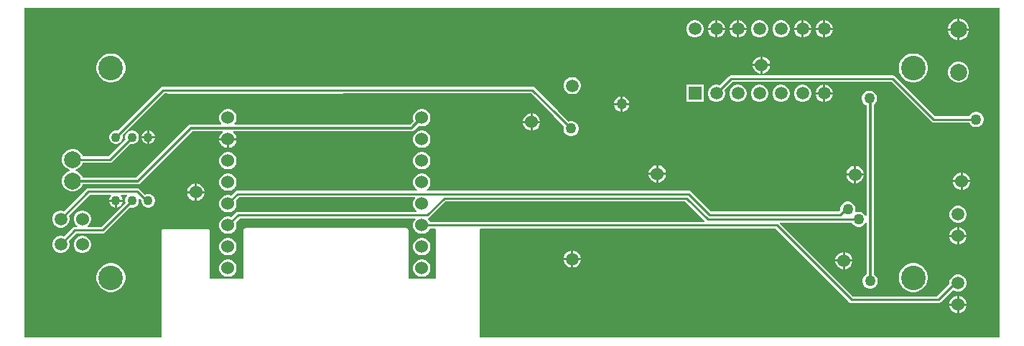
<source format=gbl>
G04*
G04 #@! TF.GenerationSoftware,Altium Limited,Altium Designer,21.5.1 (32)*
G04*
G04 Layer_Physical_Order=2*
G04 Layer_Color=16711680*
%FSLAX25Y25*%
%MOIN*%
G70*
G04*
G04 #@! TF.SameCoordinates,6B47F07E-1737-4CAB-AE6A-8125E67B32FB*
G04*
G04*
G04 #@! TF.FilePolarity,Positive*
G04*
G01*
G75*
%ADD10C,0.01181*%
%ADD11C,0.01000*%
%ADD35C,0.07874*%
%ADD38C,0.01378*%
%ADD39C,0.05906*%
%ADD40C,0.06000*%
%ADD41C,0.04331*%
%ADD42R,0.05906X0.05906*%
%ADD43C,0.11417*%
%ADD44C,0.05000*%
G36*
X315814Y54392D02*
X315607Y53892D01*
X188219D01*
X188216Y53906D01*
X187689Y54818D01*
X187385Y55122D01*
X187549Y55665D01*
X187593Y55674D01*
X188089Y56005D01*
X195484Y63400D01*
X306806D01*
X315814Y54392D01*
D02*
G37*
G36*
X452756Y0D02*
X211256D01*
Y50394D01*
X211678Y50833D01*
X348579D01*
X382777Y16635D01*
X383273Y16304D01*
X383858Y16187D01*
X424213D01*
X424798Y16304D01*
X425294Y16635D01*
X430970Y22311D01*
X431840Y21809D01*
X432846Y21539D01*
X433886D01*
X434892Y21809D01*
X435793Y22329D01*
X436529Y23065D01*
X437049Y23966D01*
X437319Y24972D01*
Y26013D01*
X437049Y27018D01*
X436529Y27919D01*
X435793Y28655D01*
X434892Y29175D01*
X433886Y29445D01*
X432846D01*
X431840Y29175D01*
X430939Y28655D01*
X430203Y27919D01*
X429683Y27018D01*
X429413Y26013D01*
Y25080D01*
X423579Y19246D01*
X384492D01*
X350632Y53106D01*
X350839Y53606D01*
X384115D01*
X384473Y52986D01*
X385125Y52335D01*
X385923Y51874D01*
X386813Y51635D01*
X387735D01*
X388625Y51874D01*
X389423Y52335D01*
X390075Y52986D01*
X390396Y53543D01*
X390896Y53409D01*
Y29425D01*
X390469Y29179D01*
X389817Y28527D01*
X389357Y27729D01*
X389118Y26839D01*
Y25917D01*
X389357Y25027D01*
X389817Y24229D01*
X390469Y23577D01*
X391267Y23117D01*
X392157Y22878D01*
X393079D01*
X393969Y23117D01*
X394767Y23577D01*
X395419Y24229D01*
X395880Y25027D01*
X396118Y25917D01*
Y26839D01*
X395880Y27729D01*
X395419Y28527D01*
X394767Y29179D01*
X394340Y29425D01*
Y108588D01*
X394458Y108656D01*
X395110Y109308D01*
X395571Y110106D01*
X395809Y110996D01*
Y111918D01*
X395571Y112808D01*
X395110Y113606D01*
X394458Y114258D01*
X393660Y114718D01*
X392770Y114957D01*
X391849D01*
X390958Y114718D01*
X390160Y114258D01*
X389509Y113606D01*
X389048Y112808D01*
X388809Y111918D01*
Y110996D01*
X389048Y110106D01*
X389509Y109308D01*
X390160Y108656D01*
X390896Y108231D01*
Y56862D01*
X390396Y56728D01*
X390075Y57284D01*
X389423Y57936D01*
X388625Y58397D01*
X387735Y58635D01*
X386813D01*
X386046Y58430D01*
X385743Y58647D01*
X385629Y58805D01*
X385784Y59382D01*
Y60303D01*
X385545Y61194D01*
X385084Y61992D01*
X384433Y62643D01*
X383634Y63104D01*
X382744Y63342D01*
X381823D01*
X380932Y63104D01*
X380134Y62643D01*
X379483Y61992D01*
X379022Y61194D01*
X378783Y60303D01*
Y59516D01*
X377932Y58665D01*
X318695D01*
X309349Y68011D01*
X308853Y68342D01*
X308268Y68458D01*
X186727D01*
X186593Y68958D01*
X186944Y69161D01*
X187689Y69906D01*
X188216Y70818D01*
X188488Y71836D01*
Y72889D01*
X188216Y73906D01*
X187689Y74818D01*
X186944Y75563D01*
X186032Y76090D01*
X185015Y76362D01*
X183962D01*
X182944Y76090D01*
X182032Y75563D01*
X181287Y74818D01*
X180761Y73906D01*
X180488Y72889D01*
Y71836D01*
X180761Y70818D01*
X181287Y69906D01*
X182032Y69161D01*
X182384Y68958D01*
X182250Y68458D01*
X99055D01*
X98470Y68342D01*
X97974Y68011D01*
X96045Y66082D01*
X96032Y66090D01*
X95015Y66362D01*
X93962D01*
X92944Y66090D01*
X92032Y65563D01*
X91287Y64818D01*
X90761Y63906D01*
X90488Y62889D01*
Y61836D01*
X90761Y60818D01*
X91287Y59906D01*
X92032Y59161D01*
X92944Y58635D01*
X93962Y58362D01*
X95015D01*
X96032Y58635D01*
X96944Y59161D01*
X97689Y59906D01*
X98216Y60818D01*
X98488Y61836D01*
Y62889D01*
X98216Y63906D01*
X98208Y63919D01*
X99689Y65400D01*
X181216D01*
X181407Y64938D01*
X181287Y64818D01*
X180761Y63906D01*
X180488Y62889D01*
Y61836D01*
X180761Y60818D01*
X181287Y59906D01*
X182032Y59161D01*
X182111Y59116D01*
X182004Y58616D01*
X182004Y58616D01*
X99213D01*
X98627Y58500D01*
X98131Y58168D01*
X96045Y56082D01*
X96032Y56090D01*
X95015Y56362D01*
X93962D01*
X92944Y56090D01*
X92032Y55563D01*
X91287Y54818D01*
X90761Y53906D01*
X90488Y52889D01*
Y51836D01*
X90761Y50818D01*
X91287Y49906D01*
X92032Y49161D01*
X92944Y48635D01*
X93962Y48362D01*
X95015D01*
X96032Y48635D01*
X96944Y49161D01*
X97689Y49906D01*
X98216Y50818D01*
X98488Y51836D01*
Y52889D01*
X98216Y53906D01*
X98208Y53919D01*
X99846Y55557D01*
X181319D01*
X181526Y55057D01*
X181287Y54818D01*
X180761Y53906D01*
X180488Y52889D01*
Y51836D01*
X180761Y50818D01*
X181287Y49906D01*
X182032Y49161D01*
X182944Y48635D01*
X183962Y48362D01*
X185015D01*
X186032Y48635D01*
X186944Y49161D01*
X187689Y49906D01*
X188216Y50818D01*
X188219Y50833D01*
X190684D01*
X191106Y50394D01*
Y27398D01*
X178185D01*
Y50000D01*
X178107Y50390D01*
X177886Y50721D01*
X177556Y50942D01*
X177165Y51020D01*
X102756D01*
X102366Y50942D01*
X102035Y50721D01*
X101814Y50390D01*
X101736Y50000D01*
Y27398D01*
X86059D01*
Y49606D01*
X85981Y49997D01*
X85760Y50327D01*
X85430Y50548D01*
X85039Y50626D01*
X64567D01*
X64177Y50548D01*
X63846Y50327D01*
X63625Y49997D01*
X63547Y49606D01*
Y0D01*
X0D01*
Y153543D01*
X452756D01*
Y0D01*
D02*
G37*
%LPC*%
G36*
X371761Y147693D02*
X371740D01*
Y144240D01*
X375193D01*
Y144261D01*
X374923Y145266D01*
X374403Y146167D01*
X373667Y146903D01*
X372766Y147424D01*
X371761Y147693D01*
D02*
G37*
G36*
X361761D02*
X361740D01*
Y144240D01*
X365193D01*
Y144261D01*
X364924Y145266D01*
X364403Y146167D01*
X363667Y146903D01*
X362766Y147424D01*
X361761Y147693D01*
D02*
G37*
G36*
X331761D02*
X331740D01*
Y144240D01*
X335193D01*
Y144261D01*
X334924Y145266D01*
X334403Y146167D01*
X333667Y146903D01*
X332766Y147424D01*
X331761Y147693D01*
D02*
G37*
G36*
X321761D02*
X321740D01*
Y144240D01*
X325193D01*
Y144261D01*
X324923Y145266D01*
X324403Y146167D01*
X323667Y146903D01*
X322766Y147424D01*
X321761Y147693D01*
D02*
G37*
G36*
X370740D02*
X370720D01*
X369714Y147424D01*
X368813Y146903D01*
X368077Y146167D01*
X367557Y145266D01*
X367287Y144261D01*
Y144240D01*
X370740D01*
Y147693D01*
D02*
G37*
G36*
X360740D02*
X360720D01*
X359714Y147424D01*
X358813Y146903D01*
X358077Y146167D01*
X357557Y145266D01*
X357287Y144261D01*
Y144240D01*
X360740D01*
Y147693D01*
D02*
G37*
G36*
X330740D02*
X330720D01*
X329714Y147424D01*
X328813Y146903D01*
X328077Y146167D01*
X327557Y145266D01*
X327287Y144261D01*
Y144240D01*
X330740D01*
Y147693D01*
D02*
G37*
G36*
X320740D02*
X320720D01*
X319714Y147424D01*
X318813Y146903D01*
X318077Y146167D01*
X317557Y145266D01*
X317287Y144261D01*
Y144240D01*
X320740D01*
Y147693D01*
D02*
G37*
G36*
X434213Y148362D02*
X434063D01*
Y143925D01*
X438500D01*
Y144075D01*
X438164Y145331D01*
X437514Y146457D01*
X436594Y147376D01*
X435469Y148026D01*
X434213Y148362D01*
D02*
G37*
G36*
X433063D02*
X432913D01*
X431657Y148026D01*
X430532Y147376D01*
X429612Y146457D01*
X428962Y145331D01*
X428626Y144075D01*
Y143925D01*
X433063D01*
Y148362D01*
D02*
G37*
G36*
X375193Y143240D02*
X371740D01*
Y139787D01*
X371761D01*
X372766Y140057D01*
X373667Y140577D01*
X374403Y141313D01*
X374923Y142215D01*
X375193Y143220D01*
Y143240D01*
D02*
G37*
G36*
X370740D02*
X367287D01*
Y143220D01*
X367557Y142215D01*
X368077Y141313D01*
X368813Y140577D01*
X369714Y140057D01*
X370720Y139787D01*
X370740D01*
Y143240D01*
D02*
G37*
G36*
X365193D02*
X361740D01*
Y139787D01*
X361761D01*
X362766Y140057D01*
X363667Y140577D01*
X364403Y141313D01*
X364924Y142215D01*
X365193Y143220D01*
Y143240D01*
D02*
G37*
G36*
X360740D02*
X357287D01*
Y143220D01*
X357557Y142215D01*
X358077Y141313D01*
X358813Y140577D01*
X359714Y140057D01*
X360720Y139787D01*
X360740D01*
Y143240D01*
D02*
G37*
G36*
X351761Y147693D02*
X350720D01*
X349714Y147424D01*
X348813Y146903D01*
X348077Y146167D01*
X347557Y145266D01*
X347287Y144261D01*
Y143220D01*
X347557Y142215D01*
X348077Y141313D01*
X348813Y140577D01*
X349714Y140057D01*
X350720Y139787D01*
X351761D01*
X352766Y140057D01*
X353667Y140577D01*
X354403Y141313D01*
X354924Y142215D01*
X355193Y143220D01*
Y144261D01*
X354924Y145266D01*
X354403Y146167D01*
X353667Y146903D01*
X352766Y147424D01*
X351761Y147693D01*
D02*
G37*
G36*
X341761D02*
X340720D01*
X339714Y147424D01*
X338813Y146903D01*
X338077Y146167D01*
X337557Y145266D01*
X337287Y144261D01*
Y143220D01*
X337557Y142215D01*
X338077Y141313D01*
X338813Y140577D01*
X339714Y140057D01*
X340720Y139787D01*
X341761D01*
X342766Y140057D01*
X343667Y140577D01*
X344403Y141313D01*
X344923Y142215D01*
X345193Y143220D01*
Y144261D01*
X344923Y145266D01*
X344403Y146167D01*
X343667Y146903D01*
X342766Y147424D01*
X341761Y147693D01*
D02*
G37*
G36*
X335193Y143240D02*
X331740D01*
Y139787D01*
X331761D01*
X332766Y140057D01*
X333667Y140577D01*
X334403Y141313D01*
X334924Y142215D01*
X335193Y143220D01*
Y143240D01*
D02*
G37*
G36*
X330740D02*
X327287D01*
Y143220D01*
X327557Y142215D01*
X328077Y141313D01*
X328813Y140577D01*
X329714Y140057D01*
X330720Y139787D01*
X330740D01*
Y143240D01*
D02*
G37*
G36*
X325193D02*
X321740D01*
Y139787D01*
X321761D01*
X322766Y140057D01*
X323667Y140577D01*
X324403Y141313D01*
X324923Y142215D01*
X325193Y143220D01*
Y143240D01*
D02*
G37*
G36*
X320740D02*
X317287D01*
Y143220D01*
X317557Y142215D01*
X318077Y141313D01*
X318813Y140577D01*
X319714Y140057D01*
X320720Y139787D01*
X320740D01*
Y143240D01*
D02*
G37*
G36*
X311761Y147693D02*
X310720D01*
X309714Y147424D01*
X308813Y146903D01*
X308077Y146167D01*
X307557Y145266D01*
X307287Y144261D01*
Y143220D01*
X307557Y142215D01*
X308077Y141313D01*
X308813Y140577D01*
X309714Y140057D01*
X310720Y139787D01*
X311761D01*
X312766Y140057D01*
X313667Y140577D01*
X314403Y141313D01*
X314924Y142215D01*
X315193Y143220D01*
Y144261D01*
X314924Y145266D01*
X314403Y146167D01*
X313667Y146903D01*
X312766Y147424D01*
X311761Y147693D01*
D02*
G37*
G36*
X438500Y142925D02*
X434063D01*
Y138488D01*
X434213D01*
X435469Y138825D01*
X436594Y139475D01*
X437514Y140394D01*
X438164Y141520D01*
X438500Y142775D01*
Y142925D01*
D02*
G37*
G36*
X433063D02*
X428626D01*
Y142775D01*
X428962Y141520D01*
X429612Y140394D01*
X430532Y139475D01*
X431657Y138825D01*
X432913Y138488D01*
X433063D01*
Y142925D01*
D02*
G37*
G36*
X342653Y130870D02*
X342626D01*
Y127370D01*
X346126D01*
Y127397D01*
X345853Y128414D01*
X345327Y129326D01*
X344582Y130071D01*
X343670Y130597D01*
X342653Y130870D01*
D02*
G37*
G36*
X341626D02*
X341599D01*
X340582Y130597D01*
X339670Y130071D01*
X338925Y129326D01*
X338399Y128414D01*
X338126Y127397D01*
Y127370D01*
X341626D01*
Y130870D01*
D02*
G37*
G36*
X346126Y126370D02*
X342626D01*
Y122870D01*
X342653D01*
X343670Y123143D01*
X344582Y123669D01*
X345327Y124414D01*
X345853Y125326D01*
X346126Y126344D01*
Y126370D01*
D02*
G37*
G36*
X341626D02*
X338126D01*
Y126344D01*
X338399Y125326D01*
X338925Y124414D01*
X339670Y123669D01*
X340582Y123143D01*
X341599Y122870D01*
X341626D01*
Y126370D01*
D02*
G37*
G36*
X413259Y132299D02*
X411938D01*
X410642Y132041D01*
X409421Y131536D01*
X408322Y130801D01*
X407387Y129867D01*
X406653Y128768D01*
X406148Y127547D01*
X405890Y126251D01*
Y124930D01*
X406148Y123634D01*
X406653Y122413D01*
X407387Y121314D01*
X408322Y120380D01*
X409421Y119645D01*
X410642Y119140D01*
X411938Y118882D01*
X413259D01*
X414555Y119140D01*
X415776Y119645D01*
X416875Y120380D01*
X417809Y121314D01*
X418543Y122413D01*
X419049Y123634D01*
X419307Y124930D01*
Y126251D01*
X419049Y127547D01*
X418543Y128768D01*
X417809Y129867D01*
X416875Y130801D01*
X415776Y131536D01*
X414555Y132041D01*
X413259Y132299D01*
D02*
G37*
G36*
X40818D02*
X39497D01*
X38201Y132041D01*
X36980Y131536D01*
X35881Y130801D01*
X34946Y129867D01*
X34212Y128768D01*
X33707Y127547D01*
X33449Y126251D01*
Y124930D01*
X33707Y123634D01*
X34212Y122413D01*
X34946Y121314D01*
X35881Y120380D01*
X36980Y119645D01*
X38201Y119140D01*
X39497Y118882D01*
X40818D01*
X42114Y119140D01*
X43335Y119645D01*
X44434Y120380D01*
X45368Y121314D01*
X46102Y122413D01*
X46608Y123634D01*
X46866Y124930D01*
Y126251D01*
X46608Y127547D01*
X46102Y128768D01*
X45368Y129867D01*
X44434Y130801D01*
X43335Y131536D01*
X42114Y132041D01*
X40818Y132299D01*
D02*
G37*
G36*
X434213Y128559D02*
X432913D01*
X431657Y128223D01*
X430532Y127573D01*
X429612Y126653D01*
X428962Y125528D01*
X428626Y124272D01*
Y122972D01*
X428962Y121716D01*
X429612Y120591D01*
X430532Y119671D01*
X431657Y119021D01*
X432913Y118685D01*
X434213D01*
X435469Y119021D01*
X436594Y119671D01*
X437514Y120591D01*
X438164Y121716D01*
X438500Y122972D01*
Y124272D01*
X438164Y125528D01*
X437514Y126653D01*
X436594Y127573D01*
X435469Y128223D01*
X434213Y128559D01*
D02*
G37*
G36*
X235827Y116785D02*
X147877D01*
X147521Y116714D01*
X66835D01*
X66478Y116785D01*
X64449D01*
X63863Y116669D01*
X63367Y116337D01*
X43379Y96349D01*
X42917Y96472D01*
X42083D01*
X41278Y96257D01*
X40556Y95840D01*
X39967Y95251D01*
X39550Y94529D01*
X39335Y93724D01*
Y92890D01*
X39550Y92085D01*
X39967Y91364D01*
X40556Y90774D01*
X41278Y90358D01*
X42083Y90142D01*
X42917D01*
X43722Y90358D01*
X44444Y90774D01*
X45033Y91364D01*
X45450Y92085D01*
X45665Y92890D01*
Y93724D01*
X45542Y94186D01*
X65082Y113726D01*
X66193D01*
X66549Y113656D01*
X147806D01*
X148162Y113726D01*
X235193D01*
X245671Y103249D01*
X245671Y103249D01*
X250425Y98494D01*
X250240Y97803D01*
Y96882D01*
X250479Y95992D01*
X250939Y95193D01*
X251591Y94542D01*
X252389Y94081D01*
X253279Y93843D01*
X254201D01*
X255091Y94081D01*
X255889Y94542D01*
X256541Y95193D01*
X257002Y95992D01*
X257240Y96882D01*
Y97803D01*
X257002Y98694D01*
X256541Y99492D01*
X255889Y100143D01*
X255091Y100604D01*
X254201Y100842D01*
X253279D01*
X252588Y100657D01*
X247833Y105412D01*
X247833Y105412D01*
X236908Y116337D01*
X236412Y116669D01*
X235827Y116785D01*
D02*
G37*
G36*
X371761Y117693D02*
X371740D01*
Y114240D01*
X375193D01*
Y114261D01*
X374923Y115266D01*
X374403Y116167D01*
X373667Y116903D01*
X372766Y117424D01*
X371761Y117693D01*
D02*
G37*
G36*
X370740D02*
X370720D01*
X369714Y117424D01*
X368813Y116903D01*
X368077Y116167D01*
X367557Y115266D01*
X367287Y114261D01*
Y114240D01*
X370740D01*
Y117693D01*
D02*
G37*
G36*
X254851Y121275D02*
X253810D01*
X252805Y121006D01*
X251904Y120486D01*
X251168Y119750D01*
X250647Y118849D01*
X250378Y117843D01*
Y116802D01*
X250647Y115797D01*
X251168Y114896D01*
X251904Y114160D01*
X252805Y113639D01*
X253810Y113370D01*
X254851D01*
X255856Y113639D01*
X256758Y114160D01*
X257494Y114896D01*
X258014Y115797D01*
X258283Y116802D01*
Y117843D01*
X258014Y118849D01*
X257494Y119750D01*
X256758Y120486D01*
X255856Y121006D01*
X254851Y121275D01*
D02*
G37*
G36*
X375193Y113240D02*
X371740D01*
Y109787D01*
X371761D01*
X372766Y110057D01*
X373667Y110577D01*
X374403Y111313D01*
X374923Y112215D01*
X375193Y113220D01*
Y113240D01*
D02*
G37*
G36*
X370740D02*
X367287D01*
Y113220D01*
X367557Y112215D01*
X368077Y111313D01*
X368813Y110577D01*
X369714Y110057D01*
X370720Y109787D01*
X370740D01*
Y113240D01*
D02*
G37*
G36*
X361761Y117693D02*
X360720D01*
X359714Y117424D01*
X358813Y116903D01*
X358077Y116167D01*
X357557Y115266D01*
X357287Y114261D01*
Y113220D01*
X357557Y112215D01*
X358077Y111313D01*
X358813Y110577D01*
X359714Y110057D01*
X360720Y109787D01*
X361761D01*
X362766Y110057D01*
X363667Y110577D01*
X364403Y111313D01*
X364924Y112215D01*
X365193Y113220D01*
Y114261D01*
X364924Y115266D01*
X364403Y116167D01*
X363667Y116903D01*
X362766Y117424D01*
X361761Y117693D01*
D02*
G37*
G36*
X351761D02*
X350720D01*
X349714Y117424D01*
X348813Y116903D01*
X348077Y116167D01*
X347557Y115266D01*
X347287Y114261D01*
Y113220D01*
X347557Y112215D01*
X348077Y111313D01*
X348813Y110577D01*
X349714Y110057D01*
X350720Y109787D01*
X351761D01*
X352766Y110057D01*
X353667Y110577D01*
X354403Y111313D01*
X354924Y112215D01*
X355193Y113220D01*
Y114261D01*
X354924Y115266D01*
X354403Y116167D01*
X353667Y116903D01*
X352766Y117424D01*
X351761Y117693D01*
D02*
G37*
G36*
X341761D02*
X340720D01*
X339714Y117424D01*
X338813Y116903D01*
X338077Y116167D01*
X337557Y115266D01*
X337287Y114261D01*
Y113220D01*
X337557Y112215D01*
X338077Y111313D01*
X338813Y110577D01*
X339714Y110057D01*
X340720Y109787D01*
X341761D01*
X342766Y110057D01*
X343667Y110577D01*
X344403Y111313D01*
X344923Y112215D01*
X345193Y113220D01*
Y114261D01*
X344923Y115266D01*
X344403Y116167D01*
X343667Y116903D01*
X342766Y117424D01*
X341761Y117693D01*
D02*
G37*
G36*
X331761D02*
X330720D01*
X329714Y117424D01*
X328813Y116903D01*
X328077Y116167D01*
X327557Y115266D01*
X327287Y114261D01*
Y113220D01*
X327557Y112215D01*
X328077Y111313D01*
X328813Y110577D01*
X329714Y110057D01*
X330720Y109787D01*
X331761D01*
X332766Y110057D01*
X333667Y110577D01*
X334403Y111313D01*
X334924Y112215D01*
X335193Y113220D01*
Y114261D01*
X334924Y115266D01*
X334403Y116167D01*
X333667Y116903D01*
X332766Y117424D01*
X331761Y117693D01*
D02*
G37*
G36*
X315193D02*
X307287D01*
Y109787D01*
X315193D01*
Y117693D01*
D02*
G37*
G36*
X277764Y112249D02*
Y109260D01*
X280753D01*
X280525Y110111D01*
X280065Y110909D01*
X279413Y111560D01*
X278615Y112021D01*
X277764Y112249D01*
D02*
G37*
G36*
X276764D02*
X275913Y112021D01*
X275115Y111560D01*
X274463Y110909D01*
X274002Y110111D01*
X273774Y109260D01*
X276764D01*
Y112249D01*
D02*
G37*
G36*
X280753Y108260D02*
X277764D01*
Y105270D01*
X278615Y105498D01*
X279413Y105959D01*
X280065Y106611D01*
X280525Y107409D01*
X280753Y108260D01*
D02*
G37*
G36*
X276764D02*
X273774D01*
X274002Y107409D01*
X274463Y106611D01*
X275115Y105959D01*
X275913Y105498D01*
X276764Y105270D01*
Y108260D01*
D02*
G37*
G36*
X235960Y104394D02*
X235933D01*
Y100894D01*
X239433D01*
Y100920D01*
X239160Y101938D01*
X238634Y102850D01*
X237889Y103595D01*
X236977Y104121D01*
X235960Y104394D01*
D02*
G37*
G36*
X234933D02*
X234907D01*
X233889Y104121D01*
X232977Y103595D01*
X232232Y102850D01*
X231706Y101938D01*
X231433Y100920D01*
Y100894D01*
X234933D01*
Y104394D01*
D02*
G37*
G36*
X185015Y106362D02*
X183962D01*
X182944Y106090D01*
X182032Y105563D01*
X181287Y104818D01*
X180761Y103906D01*
X180488Y102889D01*
Y101836D01*
X180738Y100905D01*
X179092Y99260D01*
X97696D01*
X97504Y99721D01*
X97689Y99906D01*
X98216Y100818D01*
X98488Y101836D01*
Y102889D01*
X98216Y103906D01*
X97689Y104818D01*
X96944Y105563D01*
X96032Y106090D01*
X95015Y106362D01*
X93962D01*
X92944Y106090D01*
X92032Y105563D01*
X91287Y104818D01*
X90761Y103906D01*
X90488Y102889D01*
Y101836D01*
X90761Y100818D01*
X91287Y99906D01*
X91472Y99721D01*
X91281Y99260D01*
X77250D01*
X76630Y99136D01*
X76104Y98785D01*
X51894Y74575D01*
X27118D01*
X27042Y74858D01*
X26392Y75984D01*
X25472Y76903D01*
X24347Y77553D01*
X23822Y77694D01*
Y78212D01*
X24347Y78352D01*
X25472Y79002D01*
X26392Y79921D01*
X27042Y81047D01*
X27142Y81423D01*
X39646D01*
X40231Y81540D01*
X40727Y81871D01*
X47357Y88502D01*
X47357Y88502D01*
X49121Y90266D01*
X49583Y90142D01*
X50417D01*
X51222Y90358D01*
X51944Y90774D01*
X52533Y91364D01*
X52950Y92085D01*
X53165Y92890D01*
Y93724D01*
X52950Y94529D01*
X52533Y95251D01*
X51944Y95840D01*
X51222Y96257D01*
X50417Y96472D01*
X49583D01*
X48778Y96257D01*
X48056Y95840D01*
X47467Y95251D01*
X47050Y94529D01*
X46835Y93724D01*
Y92890D01*
X46958Y92428D01*
X45194Y90664D01*
X45194Y90664D01*
X39012Y84482D01*
X27142D01*
X27042Y84858D01*
X26392Y85984D01*
X25472Y86903D01*
X24347Y87553D01*
X23091Y87890D01*
X21791D01*
X20535Y87553D01*
X19410Y86903D01*
X18490Y85984D01*
X17840Y84858D01*
X17504Y83603D01*
Y82303D01*
X17840Y81047D01*
X18490Y79921D01*
X19410Y79002D01*
X20535Y78352D01*
X21060Y78212D01*
Y77694D01*
X20535Y77553D01*
X19410Y76903D01*
X18490Y75984D01*
X17840Y74858D01*
X17504Y73603D01*
Y72303D01*
X17840Y71047D01*
X18490Y69921D01*
X19410Y69002D01*
X20535Y68352D01*
X21791Y68016D01*
X23091D01*
X24347Y68352D01*
X25472Y69002D01*
X26392Y69921D01*
X27042Y71047D01*
X27118Y71331D01*
X52565D01*
X53186Y71455D01*
X53712Y71806D01*
X77922Y96016D01*
X91911D01*
X91927Y95956D01*
X91985Y95516D01*
X91287Y94818D01*
X90761Y93906D01*
X90488Y92889D01*
Y92862D01*
X94488D01*
X98488D01*
Y92889D01*
X98216Y93906D01*
X97689Y94818D01*
X96991Y95516D01*
X97049Y95956D01*
X97066Y96016D01*
X179764D01*
X180384Y96140D01*
X180911Y96491D01*
X183031Y98611D01*
X183962Y98362D01*
X185015D01*
X186032Y98635D01*
X186944Y99161D01*
X187689Y99906D01*
X188216Y100818D01*
X188488Y101836D01*
Y102889D01*
X188216Y103906D01*
X187689Y104818D01*
X186944Y105563D01*
X186032Y106090D01*
X185015Y106362D01*
D02*
G37*
G36*
X403150Y122100D02*
X328071D01*
X327486Y121984D01*
X326989Y121652D01*
X322762Y117425D01*
X321761Y117693D01*
X320720D01*
X319714Y117424D01*
X318813Y116903D01*
X318077Y116167D01*
X317557Y115266D01*
X317287Y114261D01*
Y113220D01*
X317557Y112215D01*
X318077Y111313D01*
X318813Y110577D01*
X319714Y110057D01*
X320720Y109787D01*
X321761D01*
X322766Y110057D01*
X323667Y110577D01*
X324403Y111313D01*
X324923Y112215D01*
X325193Y113220D01*
Y114261D01*
X324925Y115262D01*
X328704Y119042D01*
X402516D01*
X421064Y100493D01*
X421560Y100162D01*
X422146Y100045D01*
X438664D01*
X439022Y99426D01*
X439674Y98774D01*
X440472Y98313D01*
X441362Y98075D01*
X442284D01*
X443174Y98313D01*
X443972Y98774D01*
X444624Y99426D01*
X445084Y100224D01*
X445323Y101114D01*
Y102036D01*
X445084Y102926D01*
X444624Y103724D01*
X443972Y104376D01*
X443174Y104836D01*
X442284Y105075D01*
X441362D01*
X440472Y104836D01*
X439674Y104376D01*
X439022Y103724D01*
X438664Y103104D01*
X422779D01*
X404231Y121652D01*
X403735Y121984D01*
X403150Y122100D01*
D02*
G37*
G36*
X239433Y99894D02*
X235933D01*
Y96394D01*
X235960D01*
X236977Y96666D01*
X237889Y97193D01*
X238634Y97938D01*
X239160Y98850D01*
X239433Y99867D01*
Y99894D01*
D02*
G37*
G36*
X234933D02*
X231433D01*
Y99867D01*
X231706Y98850D01*
X232232Y97938D01*
X232977Y97193D01*
X233889Y96666D01*
X234907Y96394D01*
X234933D01*
Y99894D01*
D02*
G37*
G36*
X58000Y96450D02*
Y93807D01*
X60643D01*
X60450Y94529D01*
X60033Y95251D01*
X59444Y95840D01*
X58722Y96257D01*
X58000Y96450D01*
D02*
G37*
G36*
X57000D02*
X56278Y96257D01*
X55556Y95840D01*
X54967Y95251D01*
X54550Y94529D01*
X54357Y93807D01*
X57000D01*
Y96450D01*
D02*
G37*
G36*
X60643Y92807D02*
X58000D01*
Y90164D01*
X58722Y90358D01*
X59444Y90774D01*
X60033Y91364D01*
X60450Y92085D01*
X60643Y92807D01*
D02*
G37*
G36*
X57000D02*
X54357D01*
X54550Y92085D01*
X54967Y91364D01*
X55556Y90774D01*
X56278Y90358D01*
X57000Y90164D01*
Y92807D01*
D02*
G37*
G36*
X185015Y96362D02*
X183962D01*
X182944Y96090D01*
X182032Y95563D01*
X181287Y94818D01*
X180761Y93906D01*
X180488Y92889D01*
Y91836D01*
X180761Y90818D01*
X181287Y89906D01*
X182032Y89161D01*
X182944Y88635D01*
X183962Y88362D01*
X185015D01*
X186032Y88635D01*
X186944Y89161D01*
X187689Y89906D01*
X188216Y90818D01*
X188488Y91836D01*
Y92889D01*
X188216Y93906D01*
X187689Y94818D01*
X186944Y95563D01*
X186032Y96090D01*
X185015Y96362D01*
D02*
G37*
G36*
X98488Y91862D02*
X94988D01*
Y88362D01*
X95015D01*
X96032Y88635D01*
X96944Y89161D01*
X97689Y89906D01*
X98216Y90818D01*
X98488Y91836D01*
Y91862D01*
D02*
G37*
G36*
X93988D02*
X90488D01*
Y91836D01*
X90761Y90818D01*
X91287Y89906D01*
X92032Y89161D01*
X92944Y88635D01*
X93962Y88362D01*
X93988D01*
Y91862D01*
D02*
G37*
G36*
X185015Y86362D02*
X183962D01*
X182944Y86090D01*
X182032Y85563D01*
X181287Y84818D01*
X180761Y83906D01*
X180488Y82889D01*
Y81836D01*
X180761Y80818D01*
X181287Y79906D01*
X182032Y79161D01*
X182944Y78635D01*
X183962Y78362D01*
X185015D01*
X186032Y78635D01*
X186944Y79161D01*
X187689Y79906D01*
X188216Y80818D01*
X188488Y81836D01*
Y82889D01*
X188216Y83906D01*
X187689Y84818D01*
X186944Y85563D01*
X186032Y86090D01*
X185015Y86362D01*
D02*
G37*
G36*
X95015D02*
X93962D01*
X92944Y86090D01*
X92032Y85563D01*
X91287Y84818D01*
X90761Y83906D01*
X90488Y82889D01*
Y81836D01*
X90761Y80818D01*
X91287Y79906D01*
X92032Y79161D01*
X92944Y78635D01*
X93962Y78362D01*
X95015D01*
X96032Y78635D01*
X96944Y79161D01*
X97689Y79906D01*
X98216Y80818D01*
X98488Y81836D01*
Y82889D01*
X98216Y83906D01*
X97689Y84818D01*
X96944Y85563D01*
X96032Y86090D01*
X95015Y86362D01*
D02*
G37*
G36*
X294318Y80272D02*
X294291D01*
Y76772D01*
X297791D01*
Y76798D01*
X297519Y77816D01*
X296992Y78728D01*
X296247Y79473D01*
X295335Y79999D01*
X294318Y80272D01*
D02*
G37*
G36*
X293291D02*
X293265D01*
X292247Y79999D01*
X291335Y79473D01*
X290591Y78728D01*
X290064Y77816D01*
X289791Y76798D01*
Y76772D01*
X293291D01*
Y80272D01*
D02*
G37*
G36*
X386058Y79984D02*
X386032D01*
Y76484D01*
X389531D01*
Y76511D01*
X389259Y77528D01*
X388732Y78440D01*
X387988Y79185D01*
X387075Y79712D01*
X386058Y79984D01*
D02*
G37*
G36*
X385032D02*
X385005D01*
X383988Y79712D01*
X383075Y79185D01*
X382331Y78440D01*
X381804Y77528D01*
X381532Y76511D01*
Y76484D01*
X385032D01*
Y79984D01*
D02*
G37*
G36*
X435566Y76835D02*
X435539D01*
Y73335D01*
X439039D01*
Y73361D01*
X438767Y74379D01*
X438240Y75291D01*
X437495Y76035D01*
X436583Y76562D01*
X435566Y76835D01*
D02*
G37*
G36*
X434539D02*
X434513D01*
X433495Y76562D01*
X432583Y76035D01*
X431839Y75291D01*
X431312Y74379D01*
X431039Y73361D01*
Y73335D01*
X434539D01*
Y76835D01*
D02*
G37*
G36*
X297791Y75772D02*
X294291D01*
Y72272D01*
X294318D01*
X295335Y72544D01*
X296247Y73071D01*
X296992Y73816D01*
X297519Y74728D01*
X297791Y75745D01*
Y75772D01*
D02*
G37*
G36*
X293291D02*
X289791D01*
Y75745D01*
X290064Y74728D01*
X290591Y73816D01*
X291335Y73071D01*
X292247Y72544D01*
X293265Y72272D01*
X293291D01*
Y75772D01*
D02*
G37*
G36*
X389531Y75484D02*
X386032D01*
Y71984D01*
X386058D01*
X387075Y72257D01*
X387988Y72783D01*
X388732Y73528D01*
X389259Y74440D01*
X389531Y75458D01*
Y75484D01*
D02*
G37*
G36*
X385032D02*
X381532D01*
Y75458D01*
X381804Y74440D01*
X382331Y73528D01*
X383075Y72783D01*
X383988Y72257D01*
X385005Y71984D01*
X385032D01*
Y75484D01*
D02*
G37*
G36*
X439039Y72335D02*
X435539D01*
Y68835D01*
X435566D01*
X436583Y69107D01*
X437495Y69634D01*
X438240Y70379D01*
X438767Y71291D01*
X439039Y72308D01*
Y72335D01*
D02*
G37*
G36*
X434539D02*
X431039D01*
Y72308D01*
X431312Y71291D01*
X431839Y70379D01*
X432583Y69634D01*
X433495Y69107D01*
X434513Y68835D01*
X434539D01*
Y72335D01*
D02*
G37*
G36*
X95015Y76362D02*
X93962D01*
X92944Y76090D01*
X92032Y75563D01*
X91287Y74818D01*
X90761Y73906D01*
X90488Y72889D01*
Y71836D01*
X90761Y70818D01*
X91287Y69906D01*
X92032Y69161D01*
X92944Y68635D01*
X93962Y68362D01*
X95015D01*
X96032Y68635D01*
X96944Y69161D01*
X97689Y69906D01*
X98216Y70818D01*
X98488Y71836D01*
Y72889D01*
X98216Y73906D01*
X97689Y74818D01*
X96944Y75563D01*
X96032Y76090D01*
X95015Y76362D01*
D02*
G37*
G36*
X80054Y71716D02*
X80028D01*
Y68217D01*
X83528D01*
Y68243D01*
X83255Y69261D01*
X82728Y70173D01*
X81984Y70917D01*
X81072Y71444D01*
X80054Y71716D01*
D02*
G37*
G36*
X79028D02*
X79001D01*
X77984Y71444D01*
X77071Y70917D01*
X76327Y70173D01*
X75800Y69261D01*
X75528Y68243D01*
Y68217D01*
X79028D01*
Y71716D01*
D02*
G37*
G36*
X83528Y67216D02*
X80028D01*
Y63717D01*
X80054D01*
X81072Y63989D01*
X81984Y64516D01*
X82728Y65260D01*
X83255Y66173D01*
X83528Y67190D01*
Y67216D01*
D02*
G37*
G36*
X79028D02*
X75528D01*
Y67190D01*
X75800Y66173D01*
X76327Y65260D01*
X77071Y64516D01*
X77984Y63989D01*
X79001Y63717D01*
X79028D01*
Y67216D01*
D02*
G37*
G36*
X45643Y63279D02*
X43000D01*
Y60637D01*
X43722Y60830D01*
X44444Y61247D01*
X45033Y61836D01*
X45450Y62558D01*
X45643Y63279D01*
D02*
G37*
G36*
X42000D02*
X39357D01*
X39550Y62558D01*
X39967Y61836D01*
X40556Y61247D01*
X41278Y60830D01*
X42000Y60637D01*
Y63279D01*
D02*
G37*
G36*
X52414Y69640D02*
X29779D01*
X29194Y69523D01*
X28697Y69192D01*
X18435Y58929D01*
X17434Y59198D01*
X16393D01*
X15388Y58928D01*
X14486Y58408D01*
X13750Y57672D01*
X13230Y56770D01*
X12961Y55765D01*
Y54724D01*
X13230Y53719D01*
X13750Y52818D01*
X14486Y52082D01*
X15388Y51561D01*
X16393Y51292D01*
X17434D01*
X18439Y51561D01*
X19340Y52082D01*
X20076Y52818D01*
X20597Y53719D01*
X20866Y54724D01*
Y55765D01*
X20598Y56766D01*
X30412Y66581D01*
X40118D01*
X40325Y66081D01*
X39967Y65723D01*
X39550Y65001D01*
X39357Y64280D01*
X42500D01*
X45643D01*
X45450Y65001D01*
X45033Y65723D01*
X44675Y66081D01*
X44882Y66581D01*
X47618D01*
X47825Y66081D01*
X47467Y65723D01*
X47050Y65001D01*
X46835Y64196D01*
Y63363D01*
X46958Y62901D01*
X35587Y51529D01*
X29444D01*
X29315Y52012D01*
X29370Y52044D01*
X30114Y52789D01*
X30641Y53701D01*
X30913Y54718D01*
Y55771D01*
X30641Y56789D01*
X30114Y57701D01*
X29370Y58446D01*
X28457Y58972D01*
X27440Y59245D01*
X26387D01*
X25370Y58972D01*
X24457Y58446D01*
X23713Y57701D01*
X23186Y56789D01*
X22913Y55771D01*
Y54718D01*
X23186Y53701D01*
X23713Y52789D01*
X24457Y52044D01*
X24512Y52012D01*
X24383Y51529D01*
X23480D01*
X22894Y51413D01*
X22398Y51081D01*
X18435Y47118D01*
X17434Y47387D01*
X16393D01*
X15388Y47117D01*
X14486Y46597D01*
X13750Y45861D01*
X13230Y44960D01*
X12961Y43954D01*
Y42913D01*
X13230Y41908D01*
X13750Y41007D01*
X14486Y40271D01*
X15388Y39750D01*
X16393Y39481D01*
X17434D01*
X18439Y39750D01*
X19340Y40271D01*
X20076Y41007D01*
X20597Y41908D01*
X20866Y42913D01*
Y43954D01*
X20598Y44955D01*
X24113Y48471D01*
X36220D01*
X36806Y48587D01*
X37302Y48919D01*
X49121Y60738D01*
X49583Y60614D01*
X50417D01*
X51222Y60830D01*
X51944Y61247D01*
X52533Y61836D01*
X52950Y62558D01*
X53165Y63363D01*
Y64196D01*
X53058Y64596D01*
X53506Y64855D01*
X54335Y64027D01*
Y63363D01*
X54550Y62558D01*
X54967Y61836D01*
X55556Y61247D01*
X56278Y60830D01*
X57083Y60614D01*
X57917D01*
X58722Y60830D01*
X59444Y61247D01*
X60033Y61836D01*
X60450Y62558D01*
X60665Y63363D01*
Y64196D01*
X60450Y65001D01*
X60033Y65723D01*
X59444Y66312D01*
X58722Y66729D01*
X57917Y66945D01*
X57083D01*
X56278Y66729D01*
X56075Y66612D01*
X53496Y69192D01*
X53000Y69523D01*
X52414Y69640D01*
D02*
G37*
G36*
X433886Y61394D02*
X432846D01*
X431840Y61124D01*
X430939Y60604D01*
X430203Y59868D01*
X429683Y58967D01*
X429413Y57961D01*
Y56920D01*
X429683Y55915D01*
X430203Y55014D01*
X430939Y54278D01*
X431840Y53758D01*
X432846Y53488D01*
X433886D01*
X434892Y53758D01*
X435793Y54278D01*
X436529Y55014D01*
X437049Y55915D01*
X437319Y56920D01*
Y57961D01*
X437049Y58967D01*
X436529Y59868D01*
X435793Y60604D01*
X434892Y61124D01*
X433886Y61394D01*
D02*
G37*
G36*
X433893Y51441D02*
X433866D01*
Y47941D01*
X437366D01*
Y47967D01*
X437093Y48985D01*
X436567Y49897D01*
X435822Y50642D01*
X434910Y51168D01*
X433893Y51441D01*
D02*
G37*
G36*
X432866D02*
X432839D01*
X431822Y51168D01*
X430910Y50642D01*
X430165Y49897D01*
X429639Y48985D01*
X429366Y47967D01*
Y47941D01*
X432866D01*
Y51441D01*
D02*
G37*
G36*
X437366Y46941D02*
X433866D01*
Y43441D01*
X433893D01*
X434910Y43714D01*
X435822Y44240D01*
X436567Y44985D01*
X437093Y45897D01*
X437366Y46914D01*
Y46941D01*
D02*
G37*
G36*
X432866D02*
X429366D01*
Y46914D01*
X429639Y45897D01*
X430165Y44985D01*
X430910Y44240D01*
X431822Y43714D01*
X432839Y43441D01*
X432866D01*
Y46941D01*
D02*
G37*
G36*
X27440Y47434D02*
X26387D01*
X25370Y47161D01*
X24457Y46635D01*
X23713Y45890D01*
X23186Y44978D01*
X22913Y43960D01*
Y42907D01*
X23186Y41890D01*
X23713Y40978D01*
X24457Y40233D01*
X25370Y39706D01*
X26387Y39434D01*
X27440D01*
X28457Y39706D01*
X29370Y40233D01*
X30114Y40978D01*
X30641Y41890D01*
X30913Y42907D01*
Y43960D01*
X30641Y44978D01*
X30114Y45890D01*
X29370Y46635D01*
X28457Y47161D01*
X27440Y47434D01*
D02*
G37*
G36*
X185015Y46362D02*
X183962D01*
X182944Y46090D01*
X182032Y45563D01*
X181287Y44818D01*
X180761Y43906D01*
X180488Y42889D01*
Y41836D01*
X180761Y40818D01*
X181287Y39906D01*
X182032Y39161D01*
X182944Y38635D01*
X183962Y38362D01*
X185015D01*
X186032Y38635D01*
X186944Y39161D01*
X187689Y39906D01*
X188216Y40818D01*
X188488Y41836D01*
Y42889D01*
X188216Y43906D01*
X187689Y44818D01*
X186944Y45563D01*
X186032Y46090D01*
X185015Y46362D01*
D02*
G37*
G36*
X95015D02*
X93962D01*
X92944Y46090D01*
X92032Y45563D01*
X91287Y44818D01*
X90761Y43906D01*
X90488Y42889D01*
Y41836D01*
X90761Y40818D01*
X91287Y39906D01*
X92032Y39161D01*
X92944Y38635D01*
X93962Y38362D01*
X95015D01*
X96032Y38635D01*
X96944Y39161D01*
X97689Y39906D01*
X98216Y40818D01*
X98488Y41836D01*
Y42889D01*
X98216Y43906D01*
X97689Y44818D01*
X96944Y45563D01*
X96032Y46090D01*
X95015Y46362D01*
D02*
G37*
G36*
X254851Y40567D02*
X254831D01*
Y37114D01*
X258283D01*
Y37135D01*
X258014Y38140D01*
X257494Y39041D01*
X256758Y39777D01*
X255856Y40297D01*
X254851Y40567D01*
D02*
G37*
G36*
X253831D02*
X253810D01*
X252805Y40297D01*
X251904Y39777D01*
X251168Y39041D01*
X250647Y38140D01*
X250378Y37135D01*
Y37114D01*
X253831D01*
Y40567D01*
D02*
G37*
G36*
X380948Y39917D02*
X380921D01*
Y36417D01*
X384421D01*
Y36444D01*
X384149Y37461D01*
X383622Y38373D01*
X382877Y39118D01*
X381965Y39645D01*
X380948Y39917D01*
D02*
G37*
G36*
X379921D02*
X379895D01*
X378877Y39645D01*
X377965Y39118D01*
X377221Y38373D01*
X376694Y37461D01*
X376421Y36444D01*
Y36417D01*
X379921D01*
Y39917D01*
D02*
G37*
G36*
X258283Y36114D02*
X254831D01*
Y32661D01*
X254851D01*
X255856Y32931D01*
X256758Y33451D01*
X257494Y34187D01*
X258014Y35088D01*
X258283Y36094D01*
Y36114D01*
D02*
G37*
G36*
X253831D02*
X250378D01*
Y36094D01*
X250647Y35088D01*
X251168Y34187D01*
X251904Y33451D01*
X252805Y32931D01*
X253810Y32661D01*
X253831D01*
Y36114D01*
D02*
G37*
G36*
X384421Y35417D02*
X380921D01*
Y31917D01*
X380948D01*
X381965Y32190D01*
X382877Y32717D01*
X383622Y33461D01*
X384149Y34373D01*
X384421Y35391D01*
Y35417D01*
D02*
G37*
G36*
X379921D02*
X376421D01*
Y35391D01*
X376694Y34373D01*
X377221Y33461D01*
X377965Y32717D01*
X378877Y32190D01*
X379895Y31917D01*
X379921D01*
Y35417D01*
D02*
G37*
G36*
X185015Y36362D02*
X183962D01*
X182944Y36090D01*
X182032Y35563D01*
X181287Y34818D01*
X180761Y33906D01*
X180488Y32889D01*
Y31836D01*
X180761Y30818D01*
X181287Y29906D01*
X182032Y29161D01*
X182944Y28635D01*
X183962Y28362D01*
X185015D01*
X186032Y28635D01*
X186944Y29161D01*
X187689Y29906D01*
X188216Y30818D01*
X188488Y31836D01*
Y32889D01*
X188216Y33906D01*
X187689Y34818D01*
X186944Y35563D01*
X186032Y36090D01*
X185015Y36362D01*
D02*
G37*
G36*
X95015D02*
X93962D01*
X92944Y36090D01*
X92032Y35563D01*
X91287Y34818D01*
X90761Y33906D01*
X90488Y32889D01*
Y31836D01*
X90761Y30818D01*
X91287Y29906D01*
X92032Y29161D01*
X92944Y28635D01*
X93962Y28362D01*
X95015D01*
X96032Y28635D01*
X96944Y29161D01*
X97689Y29906D01*
X98216Y30818D01*
X98488Y31836D01*
Y32889D01*
X98216Y33906D01*
X97689Y34818D01*
X96944Y35563D01*
X96032Y36090D01*
X95015Y36362D01*
D02*
G37*
G36*
X413259Y34661D02*
X411938D01*
X410642Y34404D01*
X409421Y33898D01*
X408322Y33164D01*
X407387Y32229D01*
X406653Y31130D01*
X406148Y29910D01*
X405890Y28613D01*
Y27292D01*
X406148Y25996D01*
X406653Y24775D01*
X407387Y23676D01*
X408322Y22742D01*
X409421Y22008D01*
X410642Y21502D01*
X411938Y21244D01*
X413259D01*
X414555Y21502D01*
X415776Y22008D01*
X416875Y22742D01*
X417809Y23676D01*
X418543Y24775D01*
X419049Y25996D01*
X419307Y27292D01*
Y28613D01*
X419049Y29910D01*
X418543Y31130D01*
X417809Y32229D01*
X416875Y33164D01*
X415776Y33898D01*
X414555Y34404D01*
X413259Y34661D01*
D02*
G37*
G36*
X40818D02*
X39497D01*
X38201Y34404D01*
X36980Y33898D01*
X35881Y33164D01*
X34946Y32229D01*
X34212Y31130D01*
X33707Y29910D01*
X33449Y28613D01*
Y27292D01*
X33707Y25996D01*
X34212Y24775D01*
X34946Y23676D01*
X35881Y22742D01*
X36980Y22008D01*
X38201Y21502D01*
X39497Y21244D01*
X40818D01*
X42114Y21502D01*
X43335Y22008D01*
X44434Y22742D01*
X45368Y23676D01*
X46102Y24775D01*
X46608Y25996D01*
X46866Y27292D01*
Y28613D01*
X46608Y29910D01*
X46102Y31130D01*
X45368Y32229D01*
X44434Y33164D01*
X43335Y33898D01*
X42114Y34404D01*
X40818Y34661D01*
D02*
G37*
G36*
X433893Y19492D02*
X433866D01*
Y15992D01*
X437366D01*
Y16019D01*
X437093Y17036D01*
X436567Y17948D01*
X435822Y18693D01*
X434910Y19219D01*
X433893Y19492D01*
D02*
G37*
G36*
X432866D02*
X432839D01*
X431822Y19219D01*
X430910Y18693D01*
X430165Y17948D01*
X429639Y17036D01*
X429366Y16019D01*
Y15992D01*
X432866D01*
Y19492D01*
D02*
G37*
G36*
X437366Y14992D02*
X433866D01*
Y11492D01*
X433893D01*
X434910Y11765D01*
X435822Y12291D01*
X436567Y13036D01*
X437093Y13948D01*
X437366Y14965D01*
Y14992D01*
D02*
G37*
G36*
X432866D02*
X429366D01*
Y14965D01*
X429639Y13948D01*
X430165Y13036D01*
X430910Y12291D01*
X431822Y11765D01*
X432839Y11492D01*
X432866D01*
Y14992D01*
D02*
G37*
%LPD*%
D10*
X179764Y97638D02*
X184488Y102362D01*
X77250Y97638D02*
X179764D01*
X52565Y72953D02*
X77250Y97638D01*
X22441Y72953D02*
X52565D01*
D11*
X52414Y68110D02*
X56745Y63779D01*
X16913Y55245D02*
X29779Y68110D01*
X52414D01*
X16913Y43434D02*
X23480Y50000D01*
X36220D01*
X50000Y63779D01*
X56745D02*
X57500D01*
X246752Y104331D02*
X246752D01*
X147877Y115256D02*
X235827D01*
X246752Y104331D01*
X246752D02*
X253740Y97342D01*
X147806Y115185D02*
X147877Y115256D01*
X66549Y115185D02*
X147806D01*
X66478Y115256D02*
X66549Y115185D01*
X64449Y115256D02*
X66478D01*
X318061Y57135D02*
X378565D01*
X308268Y66929D02*
X318061Y57135D01*
X378565D02*
X381273Y59842D01*
X39646Y82953D02*
X46276Y89583D01*
Y89583D01*
X22441Y82953D02*
X39646D01*
X46276Y89583D02*
X50000Y93307D01*
X42500D02*
X64449Y115256D01*
X422146Y101575D02*
X441823D01*
X403150Y120571D02*
X422146Y101575D01*
X328071Y120571D02*
X403150D01*
X321240Y113740D02*
X328071Y120571D01*
X184488Y52362D02*
X349213D01*
X383858Y17717D02*
X424213D01*
X349213Y52362D02*
X383858Y17717D01*
X424213D02*
X430529Y24033D01*
X432039Y25492D02*
X433366D01*
X430579Y24033D02*
X432039Y25492D01*
X430529Y24033D02*
X430579D01*
X94488Y62362D02*
X99055Y66929D01*
X308268D01*
X187008Y57087D02*
X194850Y64929D01*
X182004Y57087D02*
X187008D01*
X99213Y57087D02*
X182004D01*
X94488Y52362D02*
X99213Y57087D01*
X194850Y64929D02*
X307439D01*
X307732Y64636D01*
X317233Y55135D01*
X387274D01*
X381273Y59842D02*
X382283D01*
D35*
X433563Y143425D02*
D03*
Y123622D02*
D03*
X22441Y72953D02*
D03*
Y82953D02*
D03*
D38*
X392618Y26378D02*
Y111148D01*
X392309Y111457D02*
X392618Y111148D01*
D39*
X16913Y55245D02*
D03*
Y43434D02*
D03*
X254331Y36614D02*
D03*
Y117323D02*
D03*
X433366Y57441D02*
D03*
X321240Y113740D02*
D03*
X331240D02*
D03*
X341240D02*
D03*
X351240D02*
D03*
X361240D02*
D03*
X371240D02*
D03*
X311240Y143740D02*
D03*
X321240D02*
D03*
X331240D02*
D03*
X341240D02*
D03*
X351240D02*
D03*
X361240D02*
D03*
X371240D02*
D03*
X433366Y25492D02*
D03*
D40*
X235433Y100394D02*
D03*
X79528Y67716D02*
D03*
X26913Y43434D02*
D03*
Y55245D02*
D03*
X293791Y76272D02*
D03*
X380421Y35917D02*
D03*
X433366Y47441D02*
D03*
Y15492D02*
D03*
X342126Y126870D02*
D03*
X385531Y75984D02*
D03*
X435039Y72835D02*
D03*
X94488Y102362D02*
D03*
Y92362D02*
D03*
Y82362D02*
D03*
Y72362D02*
D03*
Y62362D02*
D03*
Y52362D02*
D03*
Y42362D02*
D03*
Y32362D02*
D03*
X184488Y102362D02*
D03*
Y92362D02*
D03*
Y82362D02*
D03*
Y72362D02*
D03*
Y62362D02*
D03*
Y52362D02*
D03*
Y42362D02*
D03*
Y32362D02*
D03*
D41*
X57500Y63779D02*
D03*
X42500D02*
D03*
X50000D02*
D03*
Y93307D02*
D03*
X57500D02*
D03*
X42500D02*
D03*
D42*
X311240Y113740D02*
D03*
D43*
X412598Y27953D02*
D03*
Y125591D02*
D03*
X40157D02*
D03*
Y27953D02*
D03*
D44*
X392309Y111457D02*
D03*
X392618Y26378D02*
D03*
X277264Y108760D02*
D03*
X441823Y101575D02*
D03*
X253740Y97342D02*
D03*
X382283Y59842D02*
D03*
X387274Y55135D02*
D03*
M02*

</source>
